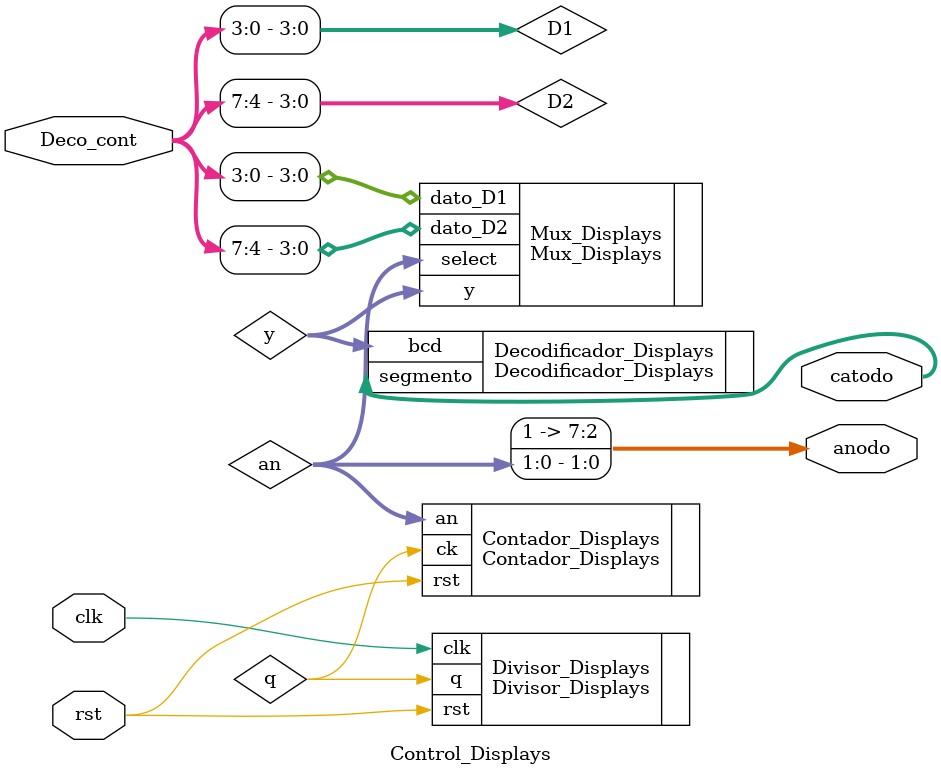
<source format=v>
`timescale 1ns / 1ps

module Control_Displays(
    input clk, rst,
	 input [N-1:0] Deco_cont, 
    output wire [C-1:0] catodo,
    output  [N-1:0] anodo
    );
parameter N=8;
parameter C=7;
	 
wire q;
wire [3:0] y;
wire [3:0] D1;
wire [3:0] D2;

wire [1:0] an;
assign anodo[0]=an[0];
assign anodo[1]=an[1];
assign anodo[2]=1; 
assign anodo[3]=1; 
assign anodo[4]=1; 
assign anodo[5]=1; 
assign anodo[6]=1; 
assign anodo[7]=1;
//

/*assign D4= dato[15:12];
assign D3= dato[11:8];*/
assign D1= Deco_cont[3:0];
assign D2= Deco_cont[7:4];
	 
//-----------------------------------------
Divisor_Displays Divisor_Displays (
    .clk(clk), 
    .rst(rst), 
    .q(q)
    );

//-----------------------------------------
Contador_Displays Contador_Displays (
    .ck(q), 
    .rst(rst), 
    .an(an)
    );
	 
//-----------------------------------------
Mux_Displays Mux_Displays (
    .select(an), 
    .dato_D1(D1), 
    .dato_D2(D2), 
    .y(y)
    );
	 
//-----------------------------------------
Decodificador_Displays Decodificador_Displays (
    .bcd(y),
    .segmento(catodo)
    );
	 
endmodule


</source>
